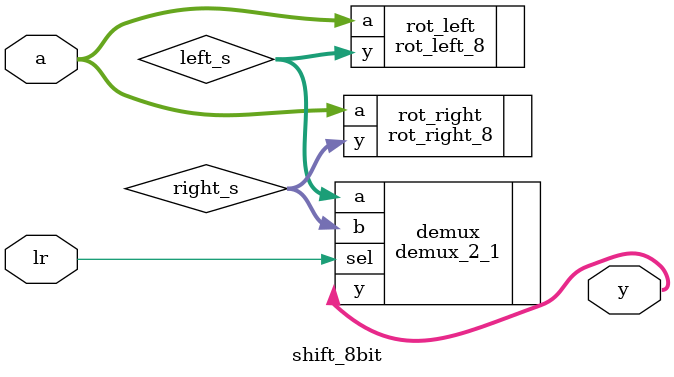
<source format=v>
module shift_8bit (
    input wire [7:0] a, 
    input wire lr, 
    output wire [7:0] y
);
    
    wire [7:0] left_s;  // left shifted input
    wire [7:0] right_s; // right shifted input both for the demux

    // instantiating the shift modules
    rot_left_8 rot_left (.a(a), .y(left_s));
    rot_right_8 rot_right (.a(a), .y(right_s));

    // now the demux
    demux_2_1 demux (.a(left_s), .b(right_s), .sel(lr), .y(y));

endmodule
</source>
